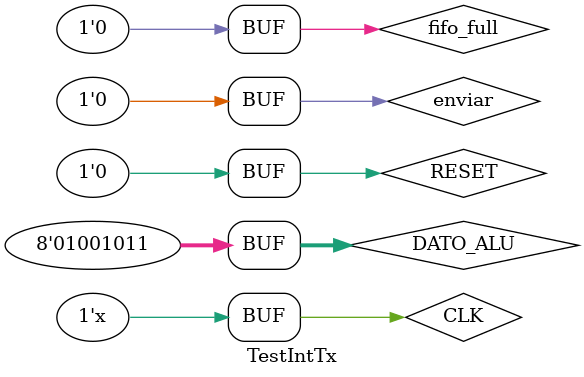
<source format=v>
`timescale 1ns / 1ps


module TestIntTx;

	// Inputs
	reg CLK;
	reg RESET;
	reg enviar;
	reg fifo_full;
	reg [7:0] DATO_ALU;

	// Outputs
	reg WR_FIFO;
	wire [7:0] data_fifo, aux,i,j;
	wire [2:0] state;

	// Instantiate the Unit Under Test (UUT)
	Int_Tx uut (
		.CLK(CLK), 
		.RESET(RESET), 
		.enviar(enviar), 
		.fifo_full(fifo_full), 
		.DATO_ALU(DATO_ALU), 
		.WR_FIFO(WR_FIFO), 
		.data_fifo(data_fifo),
		.STATE(state),
		.AUX(aux), .I(i),.J(j)
	);

	initial begin
		// Initialize Inputs
		CLK = 0;
		RESET = 1;
		enviar = 0;
		fifo_full = 0;
		DATO_ALU = 0;
		
		#5
		RESET=0;
		// Wait 100 ns for global reset to finish
		#100;
		
		DATO_ALU=75;
		enviar=1;
		#20
		enviar=0;
		
		
        
		// Add stimulus here

	end
	
	always begin
	#1 CLK=~CLK;
	end
      
endmodule


</source>
